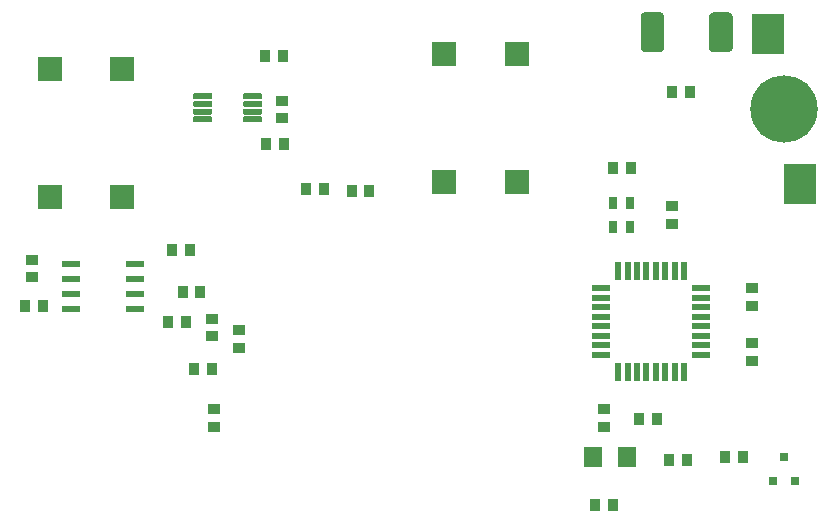
<source format=gtp>
G04 #@! TF.GenerationSoftware,KiCad,Pcbnew,5.1.5-52549c5~86~ubuntu18.04.1*
G04 #@! TF.CreationDate,2020-08-27T00:17:12-07:00*
G04 #@! TF.ProjectId,heat2sound_rx_and_tx,68656174-3273-46f7-956e-645f72785f61,rev?*
G04 #@! TF.SameCoordinates,Original*
G04 #@! TF.FileFunction,Paste,Top*
G04 #@! TF.FilePolarity,Positive*
%FSLAX46Y46*%
G04 Gerber Fmt 4.6, Leading zero omitted, Abs format (unit mm)*
G04 Created by KiCad (PCBNEW 5.1.5-52549c5~86~ubuntu18.04.1) date 2020-08-27 00:17:12*
%MOMM*%
%LPD*%
G04 APERTURE LIST*
%ADD10R,0.900000X1.000000*%
%ADD11R,0.899160X1.000760*%
%ADD12R,1.000760X0.899160*%
%ADD13R,1.000000X0.900000*%
%ADD14R,1.998980X1.998980*%
%ADD15R,1.550000X0.600000*%
%ADD16C,0.100000*%
%ADD17R,1.600000X0.550000*%
%ADD18R,0.550000X1.600000*%
%ADD19R,0.800000X1.000000*%
%ADD20R,0.800100X0.800100*%
%ADD21C,5.700000*%
%ADD22R,2.700000X3.500000*%
%ADD23R,1.597660X1.800860*%
G04 APERTURE END LIST*
D10*
X166828160Y-118700000D03*
D11*
X168331840Y-118700000D03*
D12*
X170250000Y-124498160D03*
D13*
X170250000Y-126001840D03*
D12*
X170430000Y-133670000D03*
D13*
X170430000Y-132166320D03*
X176170000Y-107541840D03*
D12*
X176170000Y-106038160D03*
D11*
X182050000Y-113690000D03*
D10*
X183553680Y-113690000D03*
X178218160Y-113560000D03*
D11*
X179721840Y-113560000D03*
X176313680Y-109700000D03*
X174810000Y-109700000D03*
X174750000Y-102250000D03*
X176253680Y-102250000D03*
D14*
X156499880Y-103339800D03*
X162600960Y-103339800D03*
X156499880Y-114165280D03*
X162600960Y-114165280D03*
D11*
X155921840Y-123430000D03*
X154418160Y-123430000D03*
D12*
X155000000Y-121001840D03*
X155000000Y-119498160D03*
D11*
X168001840Y-124750000D03*
X166498160Y-124750000D03*
X169253680Y-122250000D03*
X167750000Y-122250000D03*
D12*
X172500000Y-127000000D03*
X172500000Y-125496320D03*
D11*
X168690000Y-128750000D03*
X170193680Y-128750000D03*
D15*
X158300000Y-119845000D03*
X158300000Y-121115000D03*
X158300000Y-122385000D03*
X158300000Y-123655000D03*
X163700000Y-123655000D03*
X163700000Y-122385000D03*
X163700000Y-121115000D03*
X163700000Y-119845000D03*
D16*
G36*
X170147252Y-105425602D02*
G01*
X170159386Y-105427402D01*
X170171286Y-105430382D01*
X170182835Y-105434515D01*
X170193925Y-105439760D01*
X170204446Y-105446066D01*
X170214299Y-105453374D01*
X170223388Y-105461612D01*
X170231626Y-105470701D01*
X170238934Y-105480554D01*
X170245240Y-105491075D01*
X170250485Y-105502165D01*
X170254618Y-105513714D01*
X170257598Y-105525614D01*
X170259398Y-105537748D01*
X170260000Y-105550000D01*
X170260000Y-105800000D01*
X170259398Y-105812252D01*
X170257598Y-105824386D01*
X170254618Y-105836286D01*
X170250485Y-105847835D01*
X170245240Y-105858925D01*
X170238934Y-105869446D01*
X170231626Y-105879299D01*
X170223388Y-105888388D01*
X170214299Y-105896626D01*
X170204446Y-105903934D01*
X170193925Y-105910240D01*
X170182835Y-105915485D01*
X170171286Y-105919618D01*
X170159386Y-105922598D01*
X170147252Y-105924398D01*
X170135000Y-105925000D01*
X168760000Y-105925000D01*
X168747748Y-105924398D01*
X168735614Y-105922598D01*
X168723714Y-105919618D01*
X168712165Y-105915485D01*
X168701075Y-105910240D01*
X168690554Y-105903934D01*
X168680701Y-105896626D01*
X168671612Y-105888388D01*
X168663374Y-105879299D01*
X168656066Y-105869446D01*
X168649760Y-105858925D01*
X168644515Y-105847835D01*
X168640382Y-105836286D01*
X168637402Y-105824386D01*
X168635602Y-105812252D01*
X168635000Y-105800000D01*
X168635000Y-105550000D01*
X168635602Y-105537748D01*
X168637402Y-105525614D01*
X168640382Y-105513714D01*
X168644515Y-105502165D01*
X168649760Y-105491075D01*
X168656066Y-105480554D01*
X168663374Y-105470701D01*
X168671612Y-105461612D01*
X168680701Y-105453374D01*
X168690554Y-105446066D01*
X168701075Y-105439760D01*
X168712165Y-105434515D01*
X168723714Y-105430382D01*
X168735614Y-105427402D01*
X168747748Y-105425602D01*
X168760000Y-105425000D01*
X170135000Y-105425000D01*
X170147252Y-105425602D01*
G37*
G36*
X170147252Y-106075602D02*
G01*
X170159386Y-106077402D01*
X170171286Y-106080382D01*
X170182835Y-106084515D01*
X170193925Y-106089760D01*
X170204446Y-106096066D01*
X170214299Y-106103374D01*
X170223388Y-106111612D01*
X170231626Y-106120701D01*
X170238934Y-106130554D01*
X170245240Y-106141075D01*
X170250485Y-106152165D01*
X170254618Y-106163714D01*
X170257598Y-106175614D01*
X170259398Y-106187748D01*
X170260000Y-106200000D01*
X170260000Y-106450000D01*
X170259398Y-106462252D01*
X170257598Y-106474386D01*
X170254618Y-106486286D01*
X170250485Y-106497835D01*
X170245240Y-106508925D01*
X170238934Y-106519446D01*
X170231626Y-106529299D01*
X170223388Y-106538388D01*
X170214299Y-106546626D01*
X170204446Y-106553934D01*
X170193925Y-106560240D01*
X170182835Y-106565485D01*
X170171286Y-106569618D01*
X170159386Y-106572598D01*
X170147252Y-106574398D01*
X170135000Y-106575000D01*
X168760000Y-106575000D01*
X168747748Y-106574398D01*
X168735614Y-106572598D01*
X168723714Y-106569618D01*
X168712165Y-106565485D01*
X168701075Y-106560240D01*
X168690554Y-106553934D01*
X168680701Y-106546626D01*
X168671612Y-106538388D01*
X168663374Y-106529299D01*
X168656066Y-106519446D01*
X168649760Y-106508925D01*
X168644515Y-106497835D01*
X168640382Y-106486286D01*
X168637402Y-106474386D01*
X168635602Y-106462252D01*
X168635000Y-106450000D01*
X168635000Y-106200000D01*
X168635602Y-106187748D01*
X168637402Y-106175614D01*
X168640382Y-106163714D01*
X168644515Y-106152165D01*
X168649760Y-106141075D01*
X168656066Y-106130554D01*
X168663374Y-106120701D01*
X168671612Y-106111612D01*
X168680701Y-106103374D01*
X168690554Y-106096066D01*
X168701075Y-106089760D01*
X168712165Y-106084515D01*
X168723714Y-106080382D01*
X168735614Y-106077402D01*
X168747748Y-106075602D01*
X168760000Y-106075000D01*
X170135000Y-106075000D01*
X170147252Y-106075602D01*
G37*
G36*
X170147252Y-106725602D02*
G01*
X170159386Y-106727402D01*
X170171286Y-106730382D01*
X170182835Y-106734515D01*
X170193925Y-106739760D01*
X170204446Y-106746066D01*
X170214299Y-106753374D01*
X170223388Y-106761612D01*
X170231626Y-106770701D01*
X170238934Y-106780554D01*
X170245240Y-106791075D01*
X170250485Y-106802165D01*
X170254618Y-106813714D01*
X170257598Y-106825614D01*
X170259398Y-106837748D01*
X170260000Y-106850000D01*
X170260000Y-107100000D01*
X170259398Y-107112252D01*
X170257598Y-107124386D01*
X170254618Y-107136286D01*
X170250485Y-107147835D01*
X170245240Y-107158925D01*
X170238934Y-107169446D01*
X170231626Y-107179299D01*
X170223388Y-107188388D01*
X170214299Y-107196626D01*
X170204446Y-107203934D01*
X170193925Y-107210240D01*
X170182835Y-107215485D01*
X170171286Y-107219618D01*
X170159386Y-107222598D01*
X170147252Y-107224398D01*
X170135000Y-107225000D01*
X168760000Y-107225000D01*
X168747748Y-107224398D01*
X168735614Y-107222598D01*
X168723714Y-107219618D01*
X168712165Y-107215485D01*
X168701075Y-107210240D01*
X168690554Y-107203934D01*
X168680701Y-107196626D01*
X168671612Y-107188388D01*
X168663374Y-107179299D01*
X168656066Y-107169446D01*
X168649760Y-107158925D01*
X168644515Y-107147835D01*
X168640382Y-107136286D01*
X168637402Y-107124386D01*
X168635602Y-107112252D01*
X168635000Y-107100000D01*
X168635000Y-106850000D01*
X168635602Y-106837748D01*
X168637402Y-106825614D01*
X168640382Y-106813714D01*
X168644515Y-106802165D01*
X168649760Y-106791075D01*
X168656066Y-106780554D01*
X168663374Y-106770701D01*
X168671612Y-106761612D01*
X168680701Y-106753374D01*
X168690554Y-106746066D01*
X168701075Y-106739760D01*
X168712165Y-106734515D01*
X168723714Y-106730382D01*
X168735614Y-106727402D01*
X168747748Y-106725602D01*
X168760000Y-106725000D01*
X170135000Y-106725000D01*
X170147252Y-106725602D01*
G37*
G36*
X170147252Y-107375602D02*
G01*
X170159386Y-107377402D01*
X170171286Y-107380382D01*
X170182835Y-107384515D01*
X170193925Y-107389760D01*
X170204446Y-107396066D01*
X170214299Y-107403374D01*
X170223388Y-107411612D01*
X170231626Y-107420701D01*
X170238934Y-107430554D01*
X170245240Y-107441075D01*
X170250485Y-107452165D01*
X170254618Y-107463714D01*
X170257598Y-107475614D01*
X170259398Y-107487748D01*
X170260000Y-107500000D01*
X170260000Y-107750000D01*
X170259398Y-107762252D01*
X170257598Y-107774386D01*
X170254618Y-107786286D01*
X170250485Y-107797835D01*
X170245240Y-107808925D01*
X170238934Y-107819446D01*
X170231626Y-107829299D01*
X170223388Y-107838388D01*
X170214299Y-107846626D01*
X170204446Y-107853934D01*
X170193925Y-107860240D01*
X170182835Y-107865485D01*
X170171286Y-107869618D01*
X170159386Y-107872598D01*
X170147252Y-107874398D01*
X170135000Y-107875000D01*
X168760000Y-107875000D01*
X168747748Y-107874398D01*
X168735614Y-107872598D01*
X168723714Y-107869618D01*
X168712165Y-107865485D01*
X168701075Y-107860240D01*
X168690554Y-107853934D01*
X168680701Y-107846626D01*
X168671612Y-107838388D01*
X168663374Y-107829299D01*
X168656066Y-107819446D01*
X168649760Y-107808925D01*
X168644515Y-107797835D01*
X168640382Y-107786286D01*
X168637402Y-107774386D01*
X168635602Y-107762252D01*
X168635000Y-107750000D01*
X168635000Y-107500000D01*
X168635602Y-107487748D01*
X168637402Y-107475614D01*
X168640382Y-107463714D01*
X168644515Y-107452165D01*
X168649760Y-107441075D01*
X168656066Y-107430554D01*
X168663374Y-107420701D01*
X168671612Y-107411612D01*
X168680701Y-107403374D01*
X168690554Y-107396066D01*
X168701075Y-107389760D01*
X168712165Y-107384515D01*
X168723714Y-107380382D01*
X168735614Y-107377402D01*
X168747748Y-107375602D01*
X168760000Y-107375000D01*
X170135000Y-107375000D01*
X170147252Y-107375602D01*
G37*
G36*
X174372252Y-107375602D02*
G01*
X174384386Y-107377402D01*
X174396286Y-107380382D01*
X174407835Y-107384515D01*
X174418925Y-107389760D01*
X174429446Y-107396066D01*
X174439299Y-107403374D01*
X174448388Y-107411612D01*
X174456626Y-107420701D01*
X174463934Y-107430554D01*
X174470240Y-107441075D01*
X174475485Y-107452165D01*
X174479618Y-107463714D01*
X174482598Y-107475614D01*
X174484398Y-107487748D01*
X174485000Y-107500000D01*
X174485000Y-107750000D01*
X174484398Y-107762252D01*
X174482598Y-107774386D01*
X174479618Y-107786286D01*
X174475485Y-107797835D01*
X174470240Y-107808925D01*
X174463934Y-107819446D01*
X174456626Y-107829299D01*
X174448388Y-107838388D01*
X174439299Y-107846626D01*
X174429446Y-107853934D01*
X174418925Y-107860240D01*
X174407835Y-107865485D01*
X174396286Y-107869618D01*
X174384386Y-107872598D01*
X174372252Y-107874398D01*
X174360000Y-107875000D01*
X172985000Y-107875000D01*
X172972748Y-107874398D01*
X172960614Y-107872598D01*
X172948714Y-107869618D01*
X172937165Y-107865485D01*
X172926075Y-107860240D01*
X172915554Y-107853934D01*
X172905701Y-107846626D01*
X172896612Y-107838388D01*
X172888374Y-107829299D01*
X172881066Y-107819446D01*
X172874760Y-107808925D01*
X172869515Y-107797835D01*
X172865382Y-107786286D01*
X172862402Y-107774386D01*
X172860602Y-107762252D01*
X172860000Y-107750000D01*
X172860000Y-107500000D01*
X172860602Y-107487748D01*
X172862402Y-107475614D01*
X172865382Y-107463714D01*
X172869515Y-107452165D01*
X172874760Y-107441075D01*
X172881066Y-107430554D01*
X172888374Y-107420701D01*
X172896612Y-107411612D01*
X172905701Y-107403374D01*
X172915554Y-107396066D01*
X172926075Y-107389760D01*
X172937165Y-107384515D01*
X172948714Y-107380382D01*
X172960614Y-107377402D01*
X172972748Y-107375602D01*
X172985000Y-107375000D01*
X174360000Y-107375000D01*
X174372252Y-107375602D01*
G37*
G36*
X174372252Y-106725602D02*
G01*
X174384386Y-106727402D01*
X174396286Y-106730382D01*
X174407835Y-106734515D01*
X174418925Y-106739760D01*
X174429446Y-106746066D01*
X174439299Y-106753374D01*
X174448388Y-106761612D01*
X174456626Y-106770701D01*
X174463934Y-106780554D01*
X174470240Y-106791075D01*
X174475485Y-106802165D01*
X174479618Y-106813714D01*
X174482598Y-106825614D01*
X174484398Y-106837748D01*
X174485000Y-106850000D01*
X174485000Y-107100000D01*
X174484398Y-107112252D01*
X174482598Y-107124386D01*
X174479618Y-107136286D01*
X174475485Y-107147835D01*
X174470240Y-107158925D01*
X174463934Y-107169446D01*
X174456626Y-107179299D01*
X174448388Y-107188388D01*
X174439299Y-107196626D01*
X174429446Y-107203934D01*
X174418925Y-107210240D01*
X174407835Y-107215485D01*
X174396286Y-107219618D01*
X174384386Y-107222598D01*
X174372252Y-107224398D01*
X174360000Y-107225000D01*
X172985000Y-107225000D01*
X172972748Y-107224398D01*
X172960614Y-107222598D01*
X172948714Y-107219618D01*
X172937165Y-107215485D01*
X172926075Y-107210240D01*
X172915554Y-107203934D01*
X172905701Y-107196626D01*
X172896612Y-107188388D01*
X172888374Y-107179299D01*
X172881066Y-107169446D01*
X172874760Y-107158925D01*
X172869515Y-107147835D01*
X172865382Y-107136286D01*
X172862402Y-107124386D01*
X172860602Y-107112252D01*
X172860000Y-107100000D01*
X172860000Y-106850000D01*
X172860602Y-106837748D01*
X172862402Y-106825614D01*
X172865382Y-106813714D01*
X172869515Y-106802165D01*
X172874760Y-106791075D01*
X172881066Y-106780554D01*
X172888374Y-106770701D01*
X172896612Y-106761612D01*
X172905701Y-106753374D01*
X172915554Y-106746066D01*
X172926075Y-106739760D01*
X172937165Y-106734515D01*
X172948714Y-106730382D01*
X172960614Y-106727402D01*
X172972748Y-106725602D01*
X172985000Y-106725000D01*
X174360000Y-106725000D01*
X174372252Y-106725602D01*
G37*
G36*
X174372252Y-106075602D02*
G01*
X174384386Y-106077402D01*
X174396286Y-106080382D01*
X174407835Y-106084515D01*
X174418925Y-106089760D01*
X174429446Y-106096066D01*
X174439299Y-106103374D01*
X174448388Y-106111612D01*
X174456626Y-106120701D01*
X174463934Y-106130554D01*
X174470240Y-106141075D01*
X174475485Y-106152165D01*
X174479618Y-106163714D01*
X174482598Y-106175614D01*
X174484398Y-106187748D01*
X174485000Y-106200000D01*
X174485000Y-106450000D01*
X174484398Y-106462252D01*
X174482598Y-106474386D01*
X174479618Y-106486286D01*
X174475485Y-106497835D01*
X174470240Y-106508925D01*
X174463934Y-106519446D01*
X174456626Y-106529299D01*
X174448388Y-106538388D01*
X174439299Y-106546626D01*
X174429446Y-106553934D01*
X174418925Y-106560240D01*
X174407835Y-106565485D01*
X174396286Y-106569618D01*
X174384386Y-106572598D01*
X174372252Y-106574398D01*
X174360000Y-106575000D01*
X172985000Y-106575000D01*
X172972748Y-106574398D01*
X172960614Y-106572598D01*
X172948714Y-106569618D01*
X172937165Y-106565485D01*
X172926075Y-106560240D01*
X172915554Y-106553934D01*
X172905701Y-106546626D01*
X172896612Y-106538388D01*
X172888374Y-106529299D01*
X172881066Y-106519446D01*
X172874760Y-106508925D01*
X172869515Y-106497835D01*
X172865382Y-106486286D01*
X172862402Y-106474386D01*
X172860602Y-106462252D01*
X172860000Y-106450000D01*
X172860000Y-106200000D01*
X172860602Y-106187748D01*
X172862402Y-106175614D01*
X172865382Y-106163714D01*
X172869515Y-106152165D01*
X172874760Y-106141075D01*
X172881066Y-106130554D01*
X172888374Y-106120701D01*
X172896612Y-106111612D01*
X172905701Y-106103374D01*
X172915554Y-106096066D01*
X172926075Y-106089760D01*
X172937165Y-106084515D01*
X172948714Y-106080382D01*
X172960614Y-106077402D01*
X172972748Y-106075602D01*
X172985000Y-106075000D01*
X174360000Y-106075000D01*
X174372252Y-106075602D01*
G37*
G36*
X174372252Y-105425602D02*
G01*
X174384386Y-105427402D01*
X174396286Y-105430382D01*
X174407835Y-105434515D01*
X174418925Y-105439760D01*
X174429446Y-105446066D01*
X174439299Y-105453374D01*
X174448388Y-105461612D01*
X174456626Y-105470701D01*
X174463934Y-105480554D01*
X174470240Y-105491075D01*
X174475485Y-105502165D01*
X174479618Y-105513714D01*
X174482598Y-105525614D01*
X174484398Y-105537748D01*
X174485000Y-105550000D01*
X174485000Y-105800000D01*
X174484398Y-105812252D01*
X174482598Y-105824386D01*
X174479618Y-105836286D01*
X174475485Y-105847835D01*
X174470240Y-105858925D01*
X174463934Y-105869446D01*
X174456626Y-105879299D01*
X174448388Y-105888388D01*
X174439299Y-105896626D01*
X174429446Y-105903934D01*
X174418925Y-105910240D01*
X174407835Y-105915485D01*
X174396286Y-105919618D01*
X174384386Y-105922598D01*
X174372252Y-105924398D01*
X174360000Y-105925000D01*
X172985000Y-105925000D01*
X172972748Y-105924398D01*
X172960614Y-105922598D01*
X172948714Y-105919618D01*
X172937165Y-105915485D01*
X172926075Y-105910240D01*
X172915554Y-105903934D01*
X172905701Y-105896626D01*
X172896612Y-105888388D01*
X172888374Y-105879299D01*
X172881066Y-105869446D01*
X172874760Y-105858925D01*
X172869515Y-105847835D01*
X172865382Y-105836286D01*
X172862402Y-105824386D01*
X172860602Y-105812252D01*
X172860000Y-105800000D01*
X172860000Y-105550000D01*
X172860602Y-105537748D01*
X172862402Y-105525614D01*
X172865382Y-105513714D01*
X172869515Y-105502165D01*
X172874760Y-105491075D01*
X172881066Y-105480554D01*
X172888374Y-105470701D01*
X172896612Y-105461612D01*
X172905701Y-105453374D01*
X172915554Y-105446066D01*
X172926075Y-105439760D01*
X172937165Y-105434515D01*
X172948714Y-105430382D01*
X172960614Y-105427402D01*
X172972748Y-105425602D01*
X172985000Y-105425000D01*
X174360000Y-105425000D01*
X174372252Y-105425602D01*
G37*
D17*
X211660000Y-121950000D03*
X211660000Y-122750000D03*
X211660000Y-123550000D03*
X211660000Y-124350000D03*
X211660000Y-125150000D03*
X211660000Y-125950000D03*
X211660000Y-126750000D03*
X211660000Y-127550000D03*
D18*
X210210000Y-129000000D03*
X209410000Y-129000000D03*
X208610000Y-129000000D03*
X207810000Y-129000000D03*
X207010000Y-129000000D03*
X206210000Y-129000000D03*
X205410000Y-129000000D03*
X204610000Y-129000000D03*
D17*
X203160000Y-127550000D03*
X203160000Y-126750000D03*
X203160000Y-125950000D03*
X203160000Y-125150000D03*
X203160000Y-124350000D03*
X203160000Y-123550000D03*
X203160000Y-122750000D03*
X203160000Y-121950000D03*
D18*
X204610000Y-120500000D03*
X205410000Y-120500000D03*
X206210000Y-120500000D03*
X207010000Y-120500000D03*
X207810000Y-120500000D03*
X208610000Y-120500000D03*
X209410000Y-120500000D03*
X210210000Y-120500000D03*
D19*
X204160000Y-114750000D03*
X204160000Y-116750000D03*
X205660000Y-114750000D03*
X205660000Y-116750000D03*
D16*
G36*
X213976266Y-98576782D02*
G01*
X214012183Y-98582109D01*
X214047405Y-98590932D01*
X214081593Y-98603165D01*
X214114417Y-98618689D01*
X214145561Y-98637356D01*
X214174726Y-98658986D01*
X214201630Y-98683370D01*
X214226014Y-98710274D01*
X214247644Y-98739439D01*
X214266311Y-98770583D01*
X214281835Y-98803407D01*
X214294068Y-98837595D01*
X214302891Y-98872817D01*
X214308218Y-98908734D01*
X214310000Y-98945000D01*
X214310000Y-101555000D01*
X214308218Y-101591266D01*
X214302891Y-101627183D01*
X214294068Y-101662405D01*
X214281835Y-101696593D01*
X214266311Y-101729417D01*
X214247644Y-101760561D01*
X214226014Y-101789726D01*
X214201630Y-101816630D01*
X214174726Y-101841014D01*
X214145561Y-101862644D01*
X214114417Y-101881311D01*
X214081593Y-101896835D01*
X214047405Y-101909068D01*
X214012183Y-101917891D01*
X213976266Y-101923218D01*
X213940000Y-101925000D01*
X212680000Y-101925000D01*
X212643734Y-101923218D01*
X212607817Y-101917891D01*
X212572595Y-101909068D01*
X212538407Y-101896835D01*
X212505583Y-101881311D01*
X212474439Y-101862644D01*
X212445274Y-101841014D01*
X212418370Y-101816630D01*
X212393986Y-101789726D01*
X212372356Y-101760561D01*
X212353689Y-101729417D01*
X212338165Y-101696593D01*
X212325932Y-101662405D01*
X212317109Y-101627183D01*
X212311782Y-101591266D01*
X212310000Y-101555000D01*
X212310000Y-98945000D01*
X212311782Y-98908734D01*
X212317109Y-98872817D01*
X212325932Y-98837595D01*
X212338165Y-98803407D01*
X212353689Y-98770583D01*
X212372356Y-98739439D01*
X212393986Y-98710274D01*
X212418370Y-98683370D01*
X212445274Y-98658986D01*
X212474439Y-98637356D01*
X212505583Y-98618689D01*
X212538407Y-98603165D01*
X212572595Y-98590932D01*
X212607817Y-98582109D01*
X212643734Y-98576782D01*
X212680000Y-98575000D01*
X213940000Y-98575000D01*
X213976266Y-98576782D01*
G37*
G36*
X208176266Y-98576782D02*
G01*
X208212183Y-98582109D01*
X208247405Y-98590932D01*
X208281593Y-98603165D01*
X208314417Y-98618689D01*
X208345561Y-98637356D01*
X208374726Y-98658986D01*
X208401630Y-98683370D01*
X208426014Y-98710274D01*
X208447644Y-98739439D01*
X208466311Y-98770583D01*
X208481835Y-98803407D01*
X208494068Y-98837595D01*
X208502891Y-98872817D01*
X208508218Y-98908734D01*
X208510000Y-98945000D01*
X208510000Y-101555000D01*
X208508218Y-101591266D01*
X208502891Y-101627183D01*
X208494068Y-101662405D01*
X208481835Y-101696593D01*
X208466311Y-101729417D01*
X208447644Y-101760561D01*
X208426014Y-101789726D01*
X208401630Y-101816630D01*
X208374726Y-101841014D01*
X208345561Y-101862644D01*
X208314417Y-101881311D01*
X208281593Y-101896835D01*
X208247405Y-101909068D01*
X208212183Y-101917891D01*
X208176266Y-101923218D01*
X208140000Y-101925000D01*
X206880000Y-101925000D01*
X206843734Y-101923218D01*
X206807817Y-101917891D01*
X206772595Y-101909068D01*
X206738407Y-101896835D01*
X206705583Y-101881311D01*
X206674439Y-101862644D01*
X206645274Y-101841014D01*
X206618370Y-101816630D01*
X206593986Y-101789726D01*
X206572356Y-101760561D01*
X206553689Y-101729417D01*
X206538165Y-101696593D01*
X206525932Y-101662405D01*
X206517109Y-101627183D01*
X206511782Y-101591266D01*
X206510000Y-101555000D01*
X206510000Y-98945000D01*
X206511782Y-98908734D01*
X206517109Y-98872817D01*
X206525932Y-98837595D01*
X206538165Y-98803407D01*
X206553689Y-98770583D01*
X206572356Y-98739439D01*
X206593986Y-98710274D01*
X206618370Y-98683370D01*
X206645274Y-98658986D01*
X206674439Y-98637356D01*
X206705583Y-98618689D01*
X206738407Y-98603165D01*
X206772595Y-98590932D01*
X206807817Y-98582109D01*
X206843734Y-98576782D01*
X206880000Y-98575000D01*
X208140000Y-98575000D01*
X208176266Y-98576782D01*
G37*
D11*
X204161840Y-140250000D03*
X202658160Y-140250000D03*
X209208160Y-105300000D03*
X210711840Y-105300000D03*
D12*
X215960000Y-121948160D03*
X215960000Y-123451840D03*
D11*
X205661840Y-111750000D03*
X204158160Y-111750000D03*
D12*
X215960000Y-128051840D03*
X215960000Y-126548160D03*
D11*
X208908160Y-136500000D03*
X210411840Y-136500000D03*
D20*
X218660000Y-136250000D03*
X219610000Y-138250000D03*
X217710000Y-138250000D03*
D14*
X196010960Y-112915280D03*
X189909880Y-112915280D03*
X196010960Y-102089800D03*
X189909880Y-102089800D03*
D21*
X218660000Y-106750000D03*
D22*
X217310000Y-100400000D03*
X220010000Y-113100000D03*
D23*
X205329860Y-136250000D03*
X202490140Y-136250000D03*
D10*
X206408160Y-133000000D03*
D11*
X207911840Y-133000000D03*
D13*
X203460000Y-132148160D03*
D12*
X203460000Y-133651840D03*
D10*
X213658160Y-136250000D03*
D11*
X215161840Y-136250000D03*
D13*
X209160000Y-116501840D03*
D12*
X209160000Y-114998160D03*
M02*

</source>
